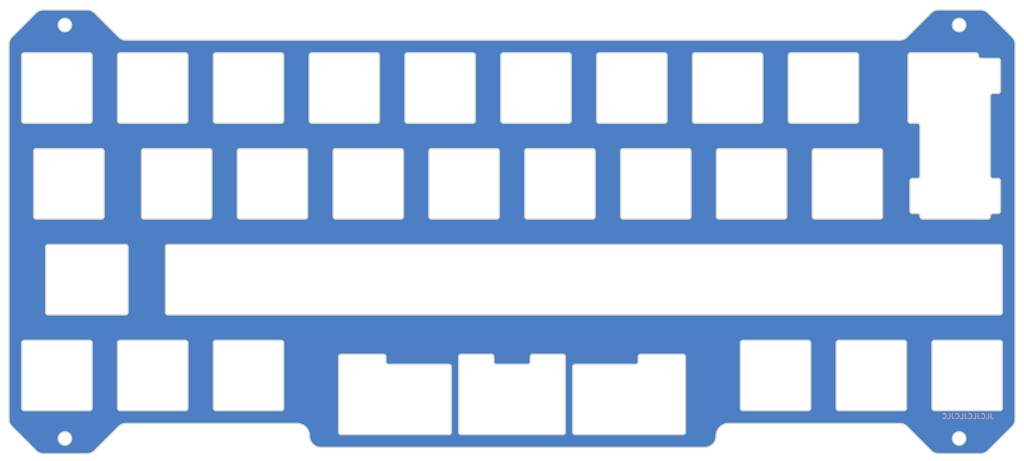
<source format=kicad_pcb>
(kicad_pcb (version 20221018) (generator pcbnew)
  (layers (0 "F.Cu" signal) (31 "B.Cu" signal) (34 "B.Paste" user) (35 "F.Paste" user) (36 "B.SilkS" user "B.Silkscreen") (37 "F.SilkS" user "F.Silkscreen") (38 "B.Mask" user) (39 "F.Mask" user) (44 "Edge.Cuts" user))
  (net 0 "")
  (gr_line (start 195.406767 125.200858) (end 195.406767 112.200858) (stroke (width 0.25)) (layer "Edge.Cuts"))
  (gr_line (start 247.125517 56.143006) (end 247.125517 62.143006) (stroke (width 0.25)) (layer "Edge.Cuts"))
  (gr_line (start 142.231963 68.550858) (end 129.231963 68.550858) (stroke (width 0.25)) (layer "Edge.Cuts"))
  (gr_line (start 204.931571 68.050858) (end 204.931571 55.050858) (stroke (width 0.25)) (layer "Edge.Cuts"))
  (gr_curve (pts (xy 91.131571 125.700858) (xy 90.855428 125.700858) (xy 90.631571 125.477001) (xy 90.631571 125.200858)) (stroke (width 0.25)) (layer "Edge.Cuts"))
  (gr_line (start 228.744267 68.056006) (end 228.744267 55.051006) (stroke (width 0.25)) (layer "Edge.Cuts"))
  (gr_line (start 249.446355 51.440205) (end 244.617896 46.611745) (stroke (width 0.25)) (layer "Edge.Cuts"))
  (gr_curve (pts (xy 245.125517 79.019006) (xy 245.125517 79.295148) (xy 245.349375 79.519006) (xy 245.625517 79.519006)) (stroke (width 0.25)) (layer "Edge.Cuts"))
  (gr_curve (pts (xy 231.625517 87.606006) (xy 231.349375 87.606006) (xy 231.125517 87.382148) (xy 231.125517 87.106006)) (stroke (width 0.25)) (layer "Edge.Cuts"))
  (gr_line (start 133.994463 73.600858) (end 146.994463 73.600858) (stroke (width 0.25)) (layer "Edge.Cuts"))
  (gr_line (start 147.494463 74.100858) (end 147.494463 87.100858) (stroke (width 0.25)) (layer "Edge.Cuts"))
  (gr_curve (pts (xy 108.894071 73.600858) (xy 109.170213 73.600858) (xy 109.394071 73.824716) (xy 109.394071 74.100858)) (stroke (width 0.25)) (layer "Edge.Cuts"))
  (gr_curve (pts (xy 208.906767 111.700858) (xy 209.182909 111.700858) (xy 209.406767 111.924716) (xy 209.406767 112.200858)) (stroke (width 0.25)) (layer "Edge.Cuts"))
  (gr_curve (pts (xy 114.444463 74.100858) (xy 114.444463 73.824716) (xy 114.668321 73.600858) (xy 114.944463 73.600858)) (stroke (width 0.25)) (layer "Edge.Cuts"))
  (gr_curve (pts (xy 71.581963 55.050858) (xy 71.581963 54.774716) (xy 71.805821 54.550858) (xy 72.081963 54.550858)) (stroke (width 0.25)) (layer "Edge.Cuts"))
  (gr_curve (pts (xy 153.131267 116.468506) (xy 153.407409 116.468506) (xy 153.631267 116.244648) (xy 153.631267 115.968506)) (stroke (width 0.25)) (layer "Edge.Cuts"))
  (gr_line (start 115.531374 129.963506) (end 115.531374 114.963506) (stroke (width 0.25)) (layer "Edge.Cuts"))
  (gr_line (start 73.675874 93.150858) (end 73.675874 106.150858) (stroke (width 0.25)) (layer "Edge.Cuts"))
  (gr_line (start 218.931571 55.050858) (end 218.931571 68.050858) (stroke (width 0.25)) (layer "Edge.Cuts"))
  (gr_line (start 243.244267 55.643006) (end 246.625517 55.643006) (stroke (width 0.25)) (layer "Edge.Cuts"))
  (gr_line (start 53.031963 111.700858) (end 66.031963 111.700858) (stroke (width 0.25)) (layer "Edge.Cuts"))
  (gr_curve (pts (xy 123.681963 68.050858) (xy 123.681963 68.327001) (xy 123.458106 68.550858) (xy 123.181963 68.550858)) (stroke (width 0.25)) (layer "Edge.Cuts"))
  (gr_curve (pts (xy 247.125517 62.143006) (xy 247.125517 62.419148) (xy 246.901659 62.643006) (xy 246.625517 62.643006)) (stroke (width 0.25)) (layer "Edge.Cuts"))
  (gr_curve (pts (xy 85.581963 68.050858) (xy 85.581963 68.327001) (xy 85.358106 68.550858) (xy 85.081963 68.550858)) (stroke (width 0.25)) (layer "Edge.Cuts"))
  (gr_line (start 228.456767 112.200858) (end 228.456767 125.200858) (stroke (width 0.25)) (layer "Edge.Cuts"))
  (gr_line (start 146.907267 116.468506) (end 153.131267 116.468506) (stroke (width 0.25)) (layer "Edge.Cuts"))
  (gr_line (start 167.331963 54.550858) (end 180.331963 54.550858) (stroke (width 0.25)) (layer "Edge.Cuts"))
  (gr_curve (pts (xy 245.625517 62.643006) (xy 245.349375 62.643006) (xy 245.125517 62.866863) (xy 245.125517 63.143006)) (stroke (width 0.25)) (layer "Edge.Cuts"))
  (gr_curve (pts (xy 109.681963 55.050858) (xy 109.681963 54.774716) (xy 109.905821 54.550858) (xy 110.181963 54.550858)) (stroke (width 0.25)) (layer "Edge.Cuts"))
  (gr_curve (pts (xy 85.081963 54.550858) (xy 85.358106 54.550858) (xy 85.581963 54.774716) (xy 85.581963 55.050858)) (stroke (width 0.25)) (layer "Edge.Cuts"))
  (gr_curve (pts (xy 104.631571 68.050858) (xy 104.631571 68.327001) (xy 104.407713 68.550858) (xy 104.131571 68.550858)) (stroke (width 0.25)) (layer "Edge.Cuts"))
  (gr_curve (pts (xy 123.181963 54.550858) (xy 123.458106 54.550858) (xy 123.681963 54.774716) (xy 123.681963 55.050858)) (stroke (width 0.25)) (layer "Edge.Cuts"))
  (gr_line (start 244.61744 133.641875) (end 249.44595 128.813466) (stroke (width 0.25)) (layer "Edge.Cuts"))
  (gr_line (start 90.631571 68.050858) (end 90.631571 55.050858) (stroke (width 0.25)) (layer "Edge.Cuts"))
  (gr_curve (pts (xy 52.531963 55.050858) (xy 52.531963 54.774716) (xy 52.755821 54.550858) (xy 53.031963 54.550858)) (stroke (width 0.25)) (layer "Edge.Cuts"))
  (gr_line (start 184.007267 114.468506) (end 184.007267 114.463506) (stroke (width 0.25)) (layer "Edge.Cuts"))
  (gr_curve (pts (xy 137.969374 129.963506) (xy 137.969374 130.239648) (xy 137.745517 130.463506) (xy 137.469374 130.463506)) (stroke (width 0.25)) (layer "Edge.Cuts"))
  (gr_line (start 247.006374 125.700858) (end 234.006374 125.700858) (stroke (width 0.25)) (layer "Edge.Cuts"))
  (gr_line (start 104.131571 125.700858) (end 91.131571 125.700858) (stroke (width 0.25)) (layer "Edge.Cuts"))
  (gr_line (start 223.194071 87.600858) (end 210.194071 87.600858) (stroke (width 0.25)) (layer "Edge.Cuts"))
  (gr_curve (pts (xy 227.126544 128.226057) (xy 227.656984 128.226058) (xy 228.165696 128.436777) (xy 228.54077 128.811858)) (stroke (width 0.25)) (layer "Edge.Cuts"))
  (gr_curve (pts (xy 180.831963 68.050858) (xy 180.831963 68.327001) (xy 180.608106 68.550858) (xy 180.331963 68.550858)) (stroke (width 0.25)) (layer "Edge.Cuts"))
  (gr_curve (pts (xy 190.577487 130.726002) (xy 190.577489 129.34529) (xy 191.696778 128.226004) (xy 193.07749 128.226006)) (stroke (width 0.25)) (layer "Edge.Cuts"))
  (gr_curve (pts (xy 66.031963 54.550858) (xy 66.308106 54.550858) (xy 66.531963 54.774716) (xy 66.531963 55.050858)) (stroke (width 0.25)) (layer "Edge.Cuts"))
  (gr_line (start 91.131571 54.550858) (end 104.131571 54.550858) (stroke (width 0.25)) (layer "Edge.Cuts"))
  (gr_curve (pts (xy 244.617896 46.611745) (xy 244.242823 46.236673) (xy 243.734115 46.025959) (xy 243.203682 46.025959)) (stroke (width 0.25)) (layer "Edge.Cuts"))
  (gr_circle (center 238.912997 131.227584) (end 240.262997 131.227584) (stroke (width 0.25)) (fill none) (layer "Edge.Cuts"))
  (gr_line (start 104.631571 55.050858) (end 104.631571 68.050858) (stroke (width 0.25)) (layer "Edge.Cuts"))
  (gr_line (start 245.125517 87.019006) (end 245.125517 87.106006) (stroke (width 0.25)) (layer "Edge.Cuts"))
  (gr_curve (pts (xy 223.194071 73.600858) (xy 223.470213 73.600858) (xy 223.694071 73.824716) (xy 223.694071 74.100858)) (stroke (width 0.25)) (layer "Edge.Cuts"))
  (gr_line (start 153.631267 115.968506) (end 153.631267 114.963506) (stroke (width 0.25)) (layer "Edge.Cuts"))
  (gr_curve (pts (xy 66.531963 68.050858) (xy 66.531963 68.327001) (xy 66.308106 68.550858) (xy 66.031963 68.550858)) (stroke (width 0.25)) (layer "Edge.Cuts"))
  (gr_curve (pts (xy 229.244267 68.556006) (xy 228.968125 68.556006) (xy 228.744267 68.332148) (xy 228.744267 68.056006)) (stroke (width 0.25)) (layer "Edge.Cuts"))
  (gr_curve (pts (xy 53.031963 125.700858) (xy 52.755821 125.700858) (xy 52.531963 125.477001) (xy 52.531963 125.200858)) (stroke (width 0.25)) (layer "Edge.Cuts"))
  (gr_circle (center 61.125308 49.025959) (end 62.475308 49.025959) (stroke (width 0.25)) (fill none) (layer "Edge.Cuts"))
  (gr_line (start 129.231963 54.550858) (end 142.231963 54.550858) (stroke (width 0.25)) (layer "Edge.Cuts"))
  (gr_line (start 223.694071 74.100858) (end 223.694071 87.100858) (stroke (width 0.25)) (layer "Edge.Cuts"))
  (gr_curve (pts (xy 229.125517 86.016503) (xy 229.125517 86.292646) (xy 229.349375 86.516503) (xy 229.625517 86.516503)) (stroke (width 0.25)) (layer "Edge.Cuts"))
  (gr_line (start 214.456767 125.200858) (end 214.456767 112.200858) (stroke (width 0.25)) (layer "Edge.Cuts"))
  (gr_curve (pts (xy 71.581963 112.200858) (xy 71.581963 111.924716) (xy 71.805821 111.700858) (xy 72.081963 111.700858)) (stroke (width 0.25)) (layer "Edge.Cuts"))
  (gr_line (start 146.407267 114.963506) (end 146.407267 115.968506) (stroke (width 0.25)) (layer "Edge.Cuts"))
  (gr_line (start 234.006374 111.700858) (end 247.006374 111.700858) (stroke (width 0.25)) (layer "Edge.Cuts"))
  (gr_line (start 161.281571 68.550858) (end 148.281571 68.550858) (stroke (width 0.25)) (layer "Edge.Cuts"))
  (gr_curve (pts (xy 90.631571 55.050858) (xy 90.631571 54.774716) (xy 90.855428 54.550858) (xy 91.131571 54.550858)) (stroke (width 0.25)) (layer "Edge.Cuts"))
  (gr_curve (pts (xy 124.444374 114.468506) (xy 124.720517 114.468506) (xy 124.944374 114.692363) (xy 124.944374 114.968506)) (stroke (width 0.25)) (layer "Edge.Cuts"))
  (gr_line (start 245.625517 79.519006) (end 246.625517 79.519006) (stroke (width 0.25)) (layer "Edge.Cuts"))
  (gr_line (start 152.544071 87.100858) (end 152.544071 74.100858) (stroke (width 0.25)) (layer "Edge.Cuts"))
  (gr_line (start 204.644463 74.100858) (end 204.644463 87.100858) (stroke (width 0.25)) (layer "Edge.Cuts"))
  (gr_curve (pts (xy 152.544071 74.100858) (xy 152.544071 73.824716) (xy 152.767928 73.600858) (xy 153.044071 73.600858)) (stroke (width 0.25)) (layer "Edge.Cuts"))
  (gr_line (start 137.969374 116.963506) (end 137.969374 129.963506) (stroke (width 0.25)) (layer "Edge.Cuts"))
  (gr_line (start 95.394071 87.100858) (end 95.394071 74.100858) (stroke (width 0.25)) (layer "Edge.Cuts"))
  (gr_curve (pts (xy 204.144463 73.600858) (xy 204.420606 73.600858) (xy 204.644463 73.824716) (xy 204.644463 74.100858)) (stroke (width 0.25)) (layer "Edge.Cuts"))
  (gr_line (start 246.625517 86.519006) (end 245.625517 86.519006) (stroke (width 0.25)) (layer "Edge.Cuts"))
  (gr_line (start 81.106374 106.150858) (end 81.106374 93.150858) (stroke (width 0.25)) (layer "Edge.Cuts"))
  (gr_line (start 199.881963 55.050858) (end 199.881963 68.050858) (stroke (width 0.25)) (layer "Edge.Cuts"))
  (gr_curve (pts (xy 127.944463 73.600858) (xy 128.220606 73.600858) (xy 128.444463 73.824716) (xy 128.444463 74.100858)) (stroke (width 0.25)) (layer "Edge.Cuts"))
  (gr_line (start 230.625517 68.556006) (end 229.244267 68.556006) (stroke (width 0.25)) (layer "Edge.Cuts"))
  (gr_curve (pts (xy 242.244267 54.551006) (xy 242.520409 54.551006) (xy 242.744267 54.774863) (xy 242.744267 55.051006)) (stroke (width 0.25)) (layer "Edge.Cuts"))
  (gr_line (start 55.412902 73.600858) (end 68.412902 73.600858) (stroke (width 0.25)) (layer "Edge.Cuts"))
  (gr_line (start 199.381963 68.550858) (end 186.381963 68.550858) (stroke (width 0.25)) (layer "Edge.Cuts"))
  (gr_curve (pts (xy 175.094267 114.968506) (xy 175.094267 114.692363) (xy 175.318125 114.468506) (xy 175.594267 114.468506)) (stroke (width 0.25)) (layer "Edge.Cuts"))
  (gr_curve (pts (xy 81.106374 93.150858) (xy 81.106374 92.874716) (xy 81.330232 92.650858) (xy 81.606374 92.650858)) (stroke (width 0.25)) (layer "Edge.Cuts"))
  (gr_line (start 65.578342 46.025959) (end 56.835194 46.025959) (stroke (width 0.25)) (layer "Edge.Cuts"))
  (gr_line (start 68.912902 74.100858) (end 68.912902 87.100858) (stroke (width 0.25)) (layer "Edge.Cuts"))
  (gr_line (start 133.494463 87.100858) (end 133.494463 74.100858) (stroke (width 0.25)) (layer "Edge.Cuts"))
  (gr_line (start 161.781571 55.050858) (end 161.781571 68.050858) (stroke (width 0.25)) (layer "Edge.Cuts"))
  (gr_curve (pts (xy 145.907267 114.463506) (xy 146.183409 114.463506) (xy 146.407267 114.687363) (xy 146.407267 114.963506)) (stroke (width 0.25)) (layer "Edge.Cuts"))
  (gr_curve (pts (xy 55.412902 87.600858) (xy 55.13676 87.600858) (xy 54.912902 87.377001) (xy 54.912902 87.100858)) (stroke (width 0.25)) (layer "Edge.Cuts"))
  (gr_curve (pts (xy 76.844463 87.600858) (xy 76.568321 87.600858) (xy 76.344463 87.377001) (xy 76.344463 87.100858)) (stroke (width 0.25)) (layer "Edge.Cuts"))
  (gr_line (start 127.944463 87.600858) (end 114.944463 87.600858) (stroke (width 0.25)) (layer "Edge.Cuts"))
  (gr_line (start 205.431571 54.550858) (end 218.431571 54.550858) (stroke (width 0.25)) (layer "Edge.Cuts"))
  (gr_curve (pts (xy 73.175874 92.650858) (xy 73.452017 92.650858) (xy 73.675874 92.874716) (xy 73.675874 93.150858)) (stroke (width 0.25)) (layer "Edge.Cuts"))
  (gr_curve (pts (xy 162.569267 130.463506) (xy 162.293125 130.463506) (xy 162.069267 130.239648) (xy 162.069267 129.963506)) (stroke (width 0.25)) (layer "Edge.Cuts"))
  (gr_curve (pts (xy 209.406767 125.200858) (xy 209.406767 125.477001) (xy 209.182909 125.700858) (xy 208.906767 125.700858)) (stroke (width 0.25)) (layer "Edge.Cuts"))
  (gr_curve (pts (xy 166.544071 87.100858) (xy 166.544071 87.377001) (xy 166.320213 87.600858) (xy 166.044071 87.600858)) (stroke (width 0.25)) (layer "Edge.Cuts"))
  (gr_curve (pts (xy 90.631571 112.200858) (xy 90.631571 111.924716) (xy 90.855428 111.700858) (xy 91.131571 111.700858)) (stroke (width 0.25)) (layer "Edge.Cuts"))
  (gr_line (start 85.581963 112.200858) (end 85.581963 125.200858) (stroke (width 0.25)) (layer "Edge.Cuts"))
  (gr_curve (pts (xy 110.181963 68.550858) (xy 109.905821 68.550858) (xy 109.681963 68.327001) (xy 109.681963 68.050858)) (stroke (width 0.25)) (layer "Edge.Cuts"))
  (gr_curve (pts (xy 233.370567 133.641757) (xy 233.745636 134.016834) (xy 234.254342 134.227553) (xy 234.784774 134.227558)) (stroke (width 0.25)) (layer "Edge.Cuts"))
  (gr_curve (pts (xy 190.644463 74.100858) (xy 190.644463 73.824716) (xy 190.868321 73.600858) (xy 191.144463 73.600858)) (stroke (width 0.25)) (layer "Edge.Cuts"))
  (gr_line (start 54.912902 87.100858) (end 54.912902 74.100858) (stroke (width 0.25)) (layer "Edge.Cuts"))
  (gr_line (start 128.444463 74.100858) (end 128.444463 87.100858) (stroke (width 0.25)) (layer "Edge.Cuts"))
  (gr_line (start 66.031963 125.700858) (end 53.031963 125.700858) (stroke (width 0.25)) (layer "Edge.Cuts"))
  (gr_line (start 146.994463 87.600858) (end 133.994463 87.600858) (stroke (width 0.25)) (layer "Edge.Cuts"))
  (gr_curve (pts (xy 95.394071 74.100858) (xy 95.394071 73.824716) (xy 95.617928 73.600858) (xy 95.894071 73.600858)) (stroke (width 0.25)) (layer "Edge.Cuts"))
  (gr_line (start 85.081963 68.550858) (end 72.081963 68.550858) (stroke (width 0.25)) (layer "Edge.Cuts"))
  (gr_curve (pts (xy 231.125517 87.019006) (xy 231.125517 86.742863) (xy 230.901659 86.519006) (xy 230.625517 86.519006)) (stroke (width 0.25)) (layer "Edge.Cuts"))
  (gr_line (start 190.644463 87.100858) (end 190.644463 74.100858) (stroke (width 0.25)) (layer "Edge.Cuts"))
  (gr_line (start 180.331963 68.550858) (end 167.331963 68.550858) (stroke (width 0.25)) (layer "Edge.Cuts"))
  (gr_line (start 139.407267 129.963506) (end 139.407267 114.963506) (stroke (width 0.25)) (layer "Edge.Cuts"))
  (gr_curve (pts (xy 85.581963 125.200858) (xy 85.581963 125.477001) (xy 85.358106 125.700858) (xy 85.081963 125.700858)) (stroke (width 0.25)) (layer "Edge.Cuts"))
  (gr_line (start 66.531963 55.050858) (end 66.531963 68.050858) (stroke (width 0.25)) (layer "Edge.Cuts"))
  (gr_line (start 91.131571 111.700858) (end 104.131571 111.700858) (stroke (width 0.25)) (layer "Edge.Cuts"))
  (gr_curve (pts (xy 90.344463 87.100858) (xy 90.344463 87.377001) (xy 90.120606 87.600858) (xy 89.844463 87.600858)) (stroke (width 0.25)) (layer "Edge.Cuts"))
  (gr_curve (pts (xy 109.394071 87.100858) (xy 109.394071 87.377001) (xy 109.170213 87.600858) (xy 108.894071 87.600858)) (stroke (width 0.25)) (layer "Edge.Cuts"))
  (gr_line (start 160.631267 114.963506) (end 160.631267 129.963506) (stroke (width 0.25)) (layer "Edge.Cuts"))
  (gr_line (start 204.144463 87.600858) (end 191.144463 87.600858) (stroke (width 0.25)) (layer "Edge.Cuts"))
  (gr_curve (pts (xy 66.992556 46.611745) (xy 66.617483 46.236673) (xy 66.108775 46.025959) (xy 65.578342 46.025959)) (stroke (width 0.25)) (layer "Edge.Cuts"))
  (gr_curve (pts (xy 242.744267 55.143006) (xy 242.744267 55.419148) (xy 242.968125 55.643006) (xy 243.244267 55.643006)) (stroke (width 0.25)) (layer "Edge.Cuts"))
  (gr_line (start 191.144463 73.600858) (end 204.144463 73.600858) (stroke (width 0.25)) (layer "Edge.Cuts"))
  (gr_line (start 242.744267 55.051006) (end 242.744267 55.143006) (stroke (width 0.25)) (layer "Edge.Cuts"))
  (gr_curve (pts (xy 56.835194 46.025959) (xy 56.304761 46.025959) (xy 55.796053 46.236673) (xy 55.42098 46.611745)) (stroke (width 0.25)) (layer "Edge.Cuts"))
  (gr_curve (pts (xy 68.912902 87.100858) (xy 68.912902 87.377001) (xy 68.689045 87.600858) (xy 68.412902 87.600858)) (stroke (width 0.25)) (layer "Edge.Cuts"))
  (gr_curve (pts (xy 66.031963 111.700858) (xy 66.308106 111.700858) (xy 66.531963 111.924716) (xy 66.531963 112.200858)) (stroke (width 0.25)) (layer "Edge.Cuts"))
  (gr_curve (pts (xy 227.956767 111.700858) (xy 228.232909 111.700858) (xy 228.456767 111.924716) (xy 228.456767 112.200858)) (stroke (width 0.25)) (layer "Edge.Cuts"))
  (gr_curve (pts (xy 223.694071 87.100858) (xy 223.694071 87.377001) (xy 223.470213 87.600858) (xy 223.194071 87.600858)) (stroke (width 0.25)) (layer "Edge.Cuts"))
  (gr_line (start 247.125517 80.019006) (end 247.125517 86.019006) (stroke (width 0.25)) (layer "Edge.Cuts"))
  (gr_line (start 124.444374 114.463506) (end 124.444374 114.468506) (stroke (width 0.25)) (layer "Edge.Cuts"))
  (gr_curve (pts (xy 166.831963 55.050858) (xy 166.831963 54.774716) (xy 167.055821 54.550858) (xy 167.331963 54.550858)) (stroke (width 0.25)) (layer "Edge.Cuts"))
  (gr_line (start 160.131267 130.463506) (end 139.907267 130.463506) (stroke (width 0.25)) (layer "Edge.Cuts"))
  (gr_curve (pts (xy 139.407267 114.963506) (xy 139.407267 114.687363) (xy 139.631125 114.463506) (xy 139.907267 114.463506)) (stroke (width 0.25)) (layer "Edge.Cuts"))
  (gr_line (start 112.021259 132.987729) (end 188.315764 132.987729) (stroke (width 0.25)) (layer "Edge.Cuts"))
  (gr_curve (pts (xy 104.131571 111.700858) (xy 104.407713 111.700858) (xy 104.631571 111.924716) (xy 104.631571 112.200858)) (stroke (width 0.25)) (layer "Edge.Cuts"))
  (gr_line (start 247.506374 93.150858) (end 247.506374 106.150858) (stroke (width 0.25)) (layer "Edge.Cuts"))
  (gr_curve (pts (xy 55.420525 133.639894) (xy 55.795593 134.01497) (xy 56.304299 134.225689) (xy 56.834732 134.225695)) (stroke (width 0.25)) (layer "Edge.Cuts"))
  (gr_line (start 229.244267 54.551006) (end 242.244267 54.551006) (stroke (width 0.25)) (layer "Edge.Cuts"))
  (gr_line (start 185.594463 74.100858) (end 185.594463 87.100858) (stroke (width 0.25)) (layer "Edge.Cuts"))
  (gr_curve (pts (xy 68.412902 73.600858) (xy 68.689045 73.600858) (xy 68.912902 73.824716) (xy 68.912902 74.100858)) (stroke (width 0.25)) (layer "Edge.Cuts"))
  (gr_line (start 233.371023 46.611745) (end 228.542554 51.440214) (stroke (width 0.25)) (layer "Edge.Cuts"))
  (gr_curve (pts (xy 146.994463 73.600858) (xy 147.270606 73.600858) (xy 147.494463 73.824716) (xy 147.494463 74.100858)) (stroke (width 0.25)) (layer "Edge.Cuts"))
  (gr_line (start 89.844463 87.600858) (end 76.844463 87.600858) (stroke (width 0.25)) (layer "Edge.Cuts"))
  (gr_curve (pts (xy 54.912902 74.100858) (xy 54.912902 73.824716) (xy 55.13676 73.600858) (xy 55.412902 73.600858)) (stroke (width 0.25)) (layer "Edge.Cuts"))
  (gr_line (start 234.784774 134.227558) (end 243.20322 134.227646) (stroke (width 0.25)) (layer "Edge.Cuts"))
  (gr_curve (pts (xy 73.675874 106.150858) (xy 73.675874 106.427001) (xy 73.452017 106.650858) (xy 73.175874 106.650858)) (stroke (width 0.25)) (layer "Edge.Cuts"))
  (gr_curve (pts (xy 133.494463 74.100858) (xy 133.494463 73.824716) (xy 133.718321 73.600858) (xy 133.994463 73.600858)) (stroke (width 0.25)) (layer "Edge.Cuts"))
  (gr_line (start 208.906767 125.700858) (end 195.906767 125.700858) (stroke (width 0.25)) (layer "Edge.Cuts"))
  (gr_line (start 85.081963 125.700858) (end 72.081963 125.700858) (stroke (width 0.25)) (layer "Edge.Cuts"))
  (gr_line (start 247.506374 112.200858) (end 247.506374 125.200858) (stroke (width 0.25)) (layer "Edge.Cuts"))
  (gr_line (start 71.581963 125.200858) (end 71.581963 112.200858) (stroke (width 0.25)) (layer "Edge.Cuts"))
  (gr_curve (pts (xy 104.631571 125.200858) (xy 104.631571 125.477001) (xy 104.407713 125.700858) (xy 104.131571 125.700858)) (stroke (width 0.25)) (layer "Edge.Cuts"))
  (gr_circle (center 238.912997 49.025978) (end 240.262997 49.025978) (stroke (width 0.25)) (fill none) (layer "Edge.Cuts"))
  (gr_line (start 71.820983 51.440172) (end 66.992556 46.611745) (stroke (width 0.25)) (layer "Edge.Cuts"))
  (gr_line (start 57.794874 92.650858) (end 73.175874 92.650858) (stroke (width 0.25)) (layer "Edge.Cuts"))
  (gr_curve (pts (xy 231.125517 69.056006) (xy 231.125517 68.779863) (xy 230.901659 68.556006) (xy 230.625517 68.556006)) (stroke (width 0.25)) (layer "Edge.Cuts"))
  (gr_line (start 81.606374 92.650858) (end 247.006374 92.650858) (stroke (width 0.25)) (layer "Edge.Cuts"))
  (gr_curve (pts (xy 214.456767 112.200858) (xy 214.456767 111.924716) (xy 214.680625 111.700858) (xy 214.956767 111.700858)) (stroke (width 0.25)) (layer "Edge.Cuts"))
  (gr_line (start 172.094463 73.600858) (end 185.094463 73.600858) (stroke (width 0.25)) (layer "Edge.Cuts"))
  (gr_line (start 52.531963 125.200858) (end 52.531963 112.200858) (stroke (width 0.25)) (layer "Edge.Cuts"))
  (gr_line (start 214.956767 111.700858) (end 227.956767 111.700858) (stroke (width 0.25)) (layer "Edge.Cuts"))
  (gr_line (start 209.694071 87.100858) (end 209.694071 74.100858) (stroke (width 0.25)) (layer "Edge.Cuts"))
  (gr_curve (pts (xy 66.531963 125.200858) (xy 66.531963 125.477001) (xy 66.308106 125.700858) (xy 66.031963 125.700858)) (stroke (width 0.25)) (layer "Edge.Cuts"))
  (gr_curve (pts (xy 230.62528 79.516047) (xy 230.901422 79.516047) (xy 231.12528 79.292189) (xy 231.12528 79.016047)) (stroke (width 0.25)) (layer "Edge.Cuts"))
  (gr_curve (pts (xy 50.592553 51.440172) (xy 50.21748 51.815245) (xy 50.006767 52.323953) (xy 50.006767 52.854386)) (stroke (width 0.25)) (layer "Edge.Cuts"))
  (gr_line (start 137.469374 130.463506) (end 116.031374 130.463506) (stroke (width 0.25)) (layer "Edge.Cuts"))
  (gr_curve (pts (xy 184.007267 114.463506) (xy 184.283409 114.463506) (xy 184.507267 114.687363) (xy 184.507267 114.963506)) (stroke (width 0.25)) (layer "Edge.Cuts"))
  (gr_line (start 71.581963 68.050858) (end 71.581963 55.050858) (stroke (width 0.25)) (layer "Edge.Cuts"))
  (gr_curve (pts (xy 104.131571 54.550858) (xy 104.407713 54.550858) (xy 104.631571 54.774716) (xy 104.631571 55.050858)) (stroke (width 0.25)) (layer "Edge.Cuts"))
  (gr_curve (pts (xy 172.094463 87.600858) (xy 171.818321 87.600858) (xy 171.594463 87.377001) (xy 171.594463 87.100858)) (stroke (width 0.25)) (layer "Edge.Cuts"))
  (gr_line (start 50.592148 128.811416) (end 55.420525 133.639894) (stroke (width 0.25)) (layer "Edge.Cuts"))
  (gr_curve (pts (xy 153.631267 114.963506) (xy 153.631267 114.687363) (xy 153.855125 114.463506) (xy 154.131267 114.463506)) (stroke (width 0.25)) (layer "Edge.Cuts"))
  (gr_line (start 66.531963 112.200858) (end 66.531963 125.200858) (stroke (width 0.25)) (layer "Edge.Cuts"))
  (gr_curve (pts (xy 233.506374 112.200858) (xy 233.506374 111.924716) (xy 233.730232 111.700858) (xy 234.006374 111.700858)) (stroke (width 0.25)) (layer "Edge.Cuts"))
  (gr_line (start 229.125517 80.016503) (end 229.125517 86.016503) (stroke (width 0.25)) (layer "Edge.Cuts"))
  (gr_curve (pts (xy 114.944463 87.600858) (xy 114.668321 87.600858) (xy 114.444463 87.377001) (xy 114.444463 87.100858)) (stroke (width 0.25)) (layer "Edge.Cuts"))
  (gr_line (start 231.125517 87.106006) (end 231.125517 87.019006) (stroke (width 0.25)) (layer "Edge.Cuts"))
  (gr_line (start 73.210482 128.226006) (end 107.259536 128.226006) (stroke (width 0.25)) (layer "Edge.Cuts"))
  (gr_curve (pts (xy 185.094463 73.600858) (xy 185.370606 73.600858) (xy 185.594463 73.824716) (xy 185.594463 74.100858)) (stroke (width 0.25)) (layer "Edge.Cuts"))
  (gr_line (start 193.07749 128.226006) (end 227.126544 128.226057) (stroke (width 0.25)) (layer "Edge.Cuts"))
  (gr_curve (pts (xy 72.081963 125.700858) (xy 71.805821 125.700858) (xy 71.581963 125.477001) (xy 71.581963 125.200858)) (stroke (width 0.25)) (layer "Edge.Cuts"))
  (gr_line (start 66.9921 133.640015) (end 71.820586 128.81163) (stroke (width 0.25)) (layer "Edge.Cuts"))
  (gr_line (start 109.681963 68.050858) (end 109.681963 55.050858) (stroke (width 0.25)) (layer "Edge.Cuts"))
  (gr_curve (pts (xy 210.194071 87.600858) (xy 209.917928 87.600858) (xy 209.694071 87.377001) (xy 209.694071 87.100858)) (stroke (width 0.25)) (layer "Edge.Cuts"))
  (gr_line (start 227.956767 125.700858) (end 214.956767 125.700858) (stroke (width 0.25)) (layer "Edge.Cuts"))
  (gr_curve (pts (xy 218.431571 54.550858) (xy 218.707713 54.550858) (xy 218.931571 54.774716) (xy 218.931571 55.050858)) (stroke (width 0.25)) (layer "Edge.Cuts"))
  (gr_line (start 184.007267 130.463506) (end 162.569267 130.463506) (stroke (width 0.25)) (layer "Edge.Cuts"))
  (gr_line (start 73.175874 106.650858) (end 57.794874 106.650858) (stroke (width 0.25)) (layer "Edge.Cuts"))
  (gr_curve (pts (xy 71.820586 128.81163) (xy 72.189706 128.442517) (xy 72.688512 128.232349) (xy 73.210482 128.226006)) (stroke (width 0.25)) (layer "Edge.Cuts"))
  (gr_line (start 154.131267 114.463506) (end 160.131267 114.463506) (stroke (width 0.25)) (layer "Edge.Cuts"))
  (gr_line (start 175.094267 115.963506) (end 175.094267 114.968506) (stroke (width 0.25)) (layer "Edge.Cuts"))
  (gr_curve (pts (xy 72.081963 68.550858) (xy 71.805821 68.550858) (xy 71.581963 68.327001) (xy 71.581963 68.050858)) (stroke (width 0.25)) (layer "Edge.Cuts"))
  (gr_line (start 123.681963 55.050858) (end 123.681963 68.050858) (stroke (width 0.25)) (layer "Edge.Cuts"))
  (gr_line (start 57.294874 106.150858) (end 57.294874 93.150858) (stroke (width 0.25)) (layer "Edge.Cuts"))
  (gr_line (start 147.781571 68.050858) (end 147.781571 55.050858) (stroke (width 0.25)) (layer "Edge.Cuts"))
  (gr_line (start 66.031963 68.550858) (end 53.031963 68.550858) (stroke (width 0.25)) (layer "Edge.Cuts"))
  (gr_curve (pts (xy 53.031963 68.550858) (xy 52.755821 68.550858) (xy 52.531963 68.327001) (xy 52.531963 68.050858)) (stroke (width 0.25)) (layer "Edge.Cuts"))
  (gr_curve (pts (xy 247.006374 111.700858) (xy 247.282517 111.700858) (xy 247.506374 111.924716) (xy 247.506374 112.200858)) (stroke (width 0.25)) (layer "Edge.Cuts"))
  (gr_curve (pts (xy 171.594463 74.100858) (xy 171.594463 73.824716) (xy 171.818321 73.600858) (xy 172.094463 73.600858)) (stroke (width 0.25)) (layer "Edge.Cuts"))
  (gr_curve (pts (xy 229.125517 80.016503) (xy 229.125517 79.740361) (xy 229.349375 79.516503) (xy 229.625517 79.516503)) (stroke (width 0.25)) (layer "Edge.Cuts"))
  (gr_line (start 139.907267 114.463506) (end 145.907267 114.463506) (stroke (width 0.25)) (layer "Edge.Cuts"))
  (gr_curve (pts (xy 161.781571 68.050858) (xy 161.781571 68.327001) (xy 161.557713 68.550858) (xy 161.281571 68.550858)) (stroke (width 0.25)) (layer "Edge.Cuts"))
  (gr_line (start 85.581963 55.050858) (end 85.581963 68.050858) (stroke (width 0.25)) (layer "Edge.Cuts"))
  (gr_line (start 68.412902 87.600858) (end 55.412902 87.600858) (stroke (width 0.25)) (layer "Edge.Cuts"))
  (gr_curve (pts (xy 245.125517 87.106006) (xy 245.125517 87.382148) (xy 244.901659 87.606006) (xy 244.625517 87.606006)) (stroke (width 0.25)) (layer "Edge.Cuts"))
  (gr_line (start 250.031752 127.399258) (end 250.03215 52.854419) (stroke (width 0.25)) (layer "Edge.Cuts"))
  (gr_line (start 209.406767 112.200858) (end 209.406767 125.200858) (stroke (width 0.25)) (layer "Edge.Cuts"))
  (gr_line (start 53.031963 54.550858) (end 66.031963 54.550858) (stroke (width 0.25)) (layer "Edge.Cuts"))
  (gr_curve (pts (xy 247.125517 86.019006) (xy 247.125517 86.295148) (xy 246.901659 86.519006) (xy 246.625517 86.519006)) (stroke (width 0.25)) (layer "Edge.Cuts"))
  (gr_curve (pts (xy 246.625517 79.519006) (xy 246.901659 79.519006) (xy 247.125517 79.742863) (xy 247.125517 80.019006)) (stroke (width 0.25)) (layer "Edge.Cuts"))
  (gr_curve (pts (xy 204.644463 87.100858) (xy 204.644463 87.377001) (xy 204.420606 87.600858) (xy 204.144463 87.600858)) (stroke (width 0.25)) (layer "Edge.Cuts"))
  (gr_curve (pts (xy 243.20322 134.227646) (xy 243.733653 134.227652) (xy 244.242363 134.016944) (xy 244.61744 133.641875)) (stroke (width 0.25)) (layer "Edge.Cuts"))
  (gr_line (start 50.006767 90.004733) (end 50.006376 127.397196) (stroke (width 0.25)) (layer "Edge.Cuts"))
  (gr_curve (pts (xy 228.456767 125.200858) (xy 228.456767 125.477001) (xy 228.232909 125.700858) (xy 227.956767 125.700858)) (stroke (width 0.25)) (layer "Edge.Cuts"))
  (gr_line (start 90.631571 125.200858) (end 90.631571 112.200858) (stroke (width 0.25)) (layer "Edge.Cuts"))
  (gr_line (start 72.081963 54.550858) (end 85.081963 54.550858) (stroke (width 0.25)) (layer "Edge.Cuts"))
  (gr_curve (pts (xy 129.231963 68.550858) (xy 128.955821 68.550858) (xy 128.731963 68.327001) (xy 128.731963 68.050858)) (stroke (width 0.25)) (layer "Edge.Cuts"))
  (gr_line (start 125.444374 116.463506) (end 137.469374 116.463506) (stroke (width 0.25)) (layer "Edge.Cuts"))
  (gr_curve (pts (xy 234.006374 125.700858) (xy 233.730232 125.700858) (xy 233.506374 125.477001) (xy 233.506374 125.200858)) (stroke (width 0.25)) (layer "Edge.Cuts"))
  (gr_curve (pts (xy 180.331963 54.550858) (xy 180.608106 54.550858) (xy 180.831963 54.774716) (xy 180.831963 55.050858)) (stroke (width 0.25)) (layer "Edge.Cuts"))
  (gr_curve (pts (xy 139.907267 130.463506) (xy 139.631125 130.463506) (xy 139.407267 130.239648) (xy 139.407267 129.963506)) (stroke (width 0.25)) (layer "Edge.Cuts"))
  (gr_curve (pts (xy 218.931571 68.050858) (xy 218.931571 68.327001) (xy 218.707713 68.550858) (xy 218.431571 68.550858)) (stroke (width 0.25)) (layer "Edge.Cuts"))
  (gr_curve (pts (xy 247.506374 106.150858) (xy 247.506374 106.427001) (xy 247.282517 106.650858) (xy 247.006374 106.650858)) (stroke (width 0.25)) (layer "Edge.Cuts"))
  (gr_curve (pts (xy 91.131571 68.550858) (xy 90.855428 68.550858) (xy 90.631571 68.327001) (xy 90.631571 68.050858)) (stroke (width 0.25)) (layer "Edge.Cuts"))
  (gr_curve (pts (xy 109.759536 130.726006) (xy 109.759536 131.975121) (xy 110.772144 132.987729) (xy 112.021259 132.987729)) (stroke (width 0.25)) (layer "Edge.Cuts"))
  (gr_curve (pts (xy 133.994463 87.600858) (xy 133.718321 87.600858) (xy 133.494463 87.377001) (xy 133.494463 87.100858)) (stroke (width 0.25)) (layer "Edge.Cuts"))
  (gr_line (start 90.344463 74.100858) (end 90.344463 87.100858) (stroke (width 0.25)) (layer "Edge.Cuts"))
  (gr_curve (pts (xy 204.931571 55.050858) (xy 204.931571 54.774716) (xy 205.155428 54.550858) (xy 205.431571 54.550858)) (stroke (width 0.25)) (layer "Edge.Cuts"))
  (gr_line (start 184.507267 114.963506) (end 184.507267 129.963506) (stroke (width 0.25)) (layer "Edge.Cuts"))
  (gr_curve (pts (xy 247.506374 125.200858) (xy 247.506374 125.477001) (xy 247.282517 125.700858) (xy 247.006374 125.700858)) (stroke (width 0.25)) (layer "Edge.Cuts"))
  (gr_curve (pts (xy 128.444463 87.100858) (xy 128.444463 87.377001) (xy 128.220606 87.600858) (xy 127.944463 87.600858)) (stroke (width 0.25)) (layer "Edge.Cuts"))
  (gr_line (start 162.569267 116.463506) (end 174.594267 116.463506) (stroke (width 0.25)) (layer "Edge.Cuts"))
  (gr_curve (pts (xy 234.785236 46.025959) (xy 234.254803 46.025959) (xy 233.746095 46.236673) (xy 233.371023 46.611745)) (stroke (width 0.25)) (layer "Edge.Cuts"))
  (gr_curve (pts (xy 107.259536 128.226006) (xy 108.640248 128.226006) (xy 109.759536 129.345294) (xy 109.759536 130.726006)) (stroke (width 0.25)) (layer "Edge.Cuts"))
  (gr_curve (pts (xy 185.594463 87.100858) (xy 185.594463 87.377001) (xy 185.370606 87.600858) (xy 185.094463 87.600858)) (stroke (width 0.25)) (layer "Edge.Cuts"))
  (gr_circle (center 61.125308 131.227858) (end 62.475308 131.227858) (stroke (width 0.25)) (fill none) (layer "Edge.Cuts"))
  (gr_curve (pts (xy 190.577487 130.726035) (xy 190.577487 130.726024) (xy 190.577487 130.726013) (xy 190.577487 130.726002)) (stroke (width 0.25)) (layer "Edge.Cuts"))
  (gr_curve (pts (xy 245.625517 86.519006) (xy 245.349375 86.519006) (xy 245.125517 86.742863) (xy 245.125517 87.019006)) (stroke (width 0.25)) (layer "Edge.Cuts"))
  (gr_line (start 166.831963 68.050858) (end 166.831963 55.050858) (stroke (width 0.25)) (layer "Edge.Cuts"))
  (gr_line (start 114.444463 87.100858) (end 114.444463 74.100858) (stroke (width 0.25)) (layer "Edge.Cuts"))
  (gr_line (start 114.944463 73.600858) (end 127.944463 73.600858) (stroke (width 0.25)) (layer "Edge.Cuts"))
  (gr_line (start 52.531963 68.050858) (end 52.531963 55.050858) (stroke (width 0.25)) (layer "Edge.Cuts"))
  (gr_curve (pts (xy 246.625517 55.643006) (xy 246.901659 55.643006) (xy 247.125517 55.866863) (xy 247.125517 56.143006)) (stroke (width 0.25)) (layer "Edge.Cuts"))
  (gr_curve (pts (xy 147.494463 87.100858) (xy 147.494463 87.377001) (xy 147.270606 87.600858) (xy 146.994463 87.600858)) (stroke (width 0.25)) (layer "Edge.Cuts"))
  (gr_curve (pts (xy 146.407267 115.968506) (xy 146.407267 116.244648) (xy 146.631125 116.468506) (xy 146.907267 116.468506)) (stroke (width 0.25)) (layer "Edge.Cuts"))
  (gr_curve (pts (xy 116.031374 130.463506) (xy 115.755232 130.463506) (xy 115.531374 130.239648) (xy 115.531374 129.963506)) (stroke (width 0.25)) (layer "Edge.Cuts"))
  (gr_line (start 153.044071 73.600858) (end 166.044071 73.600858) (stroke (width 0.25)) (layer "Edge.Cuts"))
  (gr_line (start 175.594267 114.468506) (end 184.007267 114.468506) (stroke (width 0.25)) (layer "Edge.Cuts"))
  (gr_curve (pts (xy 191.144463 87.600858) (xy 190.868321 87.600858) (xy 190.644463 87.377001) (xy 190.644463 87.100858)) (stroke (width 0.25)) (layer "Edge.Cuts"))
  (gr_line (start 186.381963 54.550858) (end 199.381963 54.550858) (stroke (width 0.25)) (layer "Edge.Cuts"))
  (gr_curve (pts (xy 228.744267 55.051006) (xy 228.744267 54.774863) (xy 228.968125 54.551006) (xy 229.244267 54.551006)) (stroke (width 0.25)) (layer "Edge.Cuts"))
  (gr_line (start 228.54077 128.811858) (end 233.370567 133.641757) (stroke (width 0.25)) (layer "Edge.Cuts"))
  (gr_curve (pts (xy 148.281571 68.550858) (xy 148.005428 68.550858) (xy 147.781571 68.327001) (xy 147.781571 68.050858)) (stroke (width 0.25)) (layer "Edge.Cuts"))
  (gr_line (start 227.12834 52.026001) (end 73.235196 52.025959) (stroke (width 0.25)) (layer "Edge.Cuts"))
  (gr_curve (pts (xy 162.069267 116.963506) (xy 162.069267 116.687363) (xy 162.293125 116.463506) (xy 162.569267 116.463506)) (stroke (width 0.25)) (layer "Edge.Cuts"))
  (gr_line (start 245.125517 63.143006) (end 245.125517 79.019006) (stroke (width 0.25)) (layer "Edge.Cuts"))
  (gr_line (start 50.006767 52.854386) (end 50.006767 90.004733) (stroke (width 0.25)) (layer "Edge.Cuts"))
  (gr_line (start 233.506374 125.200858) (end 233.506374 112.200858) (stroke (width 0.25)) (layer "Edge.Cuts"))
  (gr_line (start 229.625517 86.516503) (end 230.62552 86.516503) (stroke (width 0.25)) (layer "Edge.Cuts"))
  (gr_curve (pts (xy 81.606374 106.650858) (xy 81.330232 106.650858) (xy 81.106374 106.427001) (xy 81.106374 106.150858)) (stroke (width 0.25)) (layer "Edge.Cuts"))
  (gr_line (start 185.094463 87.600858) (end 172.094463 87.600858) (stroke (width 0.25)) (layer "Edge.Cuts"))
  (gr_line (start 244.625517 87.606006) (end 231.625517 87.606006) (stroke (width 0.25)) (layer "Edge.Cuts"))
  (gr_curve (pts (xy 128.731963 55.050858) (xy 128.731963 54.774716) (xy 128.955821 54.550858) (xy 129.231963 54.550858)) (stroke (width 0.25)) (layer "Edge.Cuts"))
  (gr_curve (pts (xy 249.44595 128.813466) (xy 249.821027 128.438397) (xy 250.031746 127.929691) (xy 250.031752 127.399258)) (stroke (width 0.25)) (layer "Edge.Cuts"))
  (gr_curve (pts (xy 85.081963 111.700858) (xy 85.358106 111.700858) (xy 85.581963 111.924716) (xy 85.581963 112.200858)) (stroke (width 0.25)) (layer "Edge.Cuts"))
  (gr_line (start 76.344463 87.100858) (end 76.344463 74.100858) (stroke (width 0.25)) (layer "Edge.Cuts"))
  (gr_curve (pts (xy 73.235196 52.025959) (xy 72.704763 52.025959) (xy 72.196056 51.815245) (xy 71.820983 51.440172)) (stroke (width 0.25)) (layer "Edge.Cuts"))
  (gr_line (start 95.894071 73.600858) (end 108.894071 73.600858) (stroke (width 0.25)) (layer "Edge.Cuts"))
  (gr_line (start 231.12528 79.016047) (end 231.125517 69.056006) (stroke (width 0.25)) (layer "Edge.Cuts"))
  (gr_line (start 166.544071 74.100858) (end 166.544071 87.100858) (stroke (width 0.25)) (layer "Edge.Cuts"))
  (gr_curve (pts (xy 184.507267 129.963506) (xy 184.507267 130.239648) (xy 184.283409 130.463506) (xy 184.007267 130.463506)) (stroke (width 0.25)) (layer "Edge.Cuts"))
  (gr_curve (pts (xy 57.294874 93.150858) (xy 57.294874 92.874716) (xy 57.518732 92.650858) (xy 57.794874 92.650858)) (stroke (width 0.25)) (layer "Edge.Cuts"))
  (gr_line (start 142.731963 55.050858) (end 142.731963 68.050858) (stroke (width 0.25)) (layer "Edge.Cuts"))
  (gr_curve (pts (xy 199.881963 68.050858) (xy 199.881963 68.327001) (xy 199.658106 68.550858) (xy 199.381963 68.550858)) (stroke (width 0.25)) (layer "Edge.Cuts"))
  (gr_curve (pts (xy 89.844463 73.600858) (xy 90.120606 73.600858) (xy 90.344463 73.824716) (xy 90.344463 74.100858)) (stroke (width 0.25)) (layer "Edge.Cuts"))
  (gr_line (start 104.131571 68.550858) (end 91.131571 68.550858) (stroke (width 0.25)) (layer "Edge.Cuts"))
  (gr_curve (pts (xy 228.542554 51.440214) (xy 228.167481 51.815287) (xy 227.658773 52.026001) (xy 227.12834 52.026001)) (stroke (width 0.25)) (layer "Edge.Cuts"))
  (gr_line (start 124.944374 114.968506) (end 124.944374 115.963506) (stroke (width 0.25)) (layer "Edge.Cuts"))
  (gr_line (start 123.181963 68.550858) (end 110.181963 68.550858) (stroke (width 0.25)) (layer "Edge.Cuts"))
  (gr_curve (pts (xy 167.331963 68.550858) (xy 167.055821 68.550858) (xy 166.831963 68.327001) (xy 166.831963 68.050858)) (stroke (width 0.25)) (layer "Edge.Cuts"))
  (gr_line (start 128.731963 68.050858) (end 128.731963 55.050858) (stroke (width 0.25)) (layer "Edge.Cuts"))
  (gr_curve (pts (xy 174.594267 116.463506) (xy 174.870409 116.463506) (xy 175.094267 116.239648) (xy 175.094267 115.963506)) (stroke (width 0.25)) (layer "Edge.Cuts"))
  (gr_curve (pts (xy 57.794874 106.650858) (xy 57.518732 106.650858) (xy 57.294874 106.427001) (xy 57.294874 106.150858)) (stroke (width 0.25)) (layer "Edge.Cuts"))
  (gr_curve (pts (xy 142.231963 54.550858) (xy 142.508106 54.550858) (xy 142.731963 54.774716) (xy 142.731963 55.050858)) (stroke (width 0.25)) (layer "Edge.Cuts"))
  (gr_curve (pts (xy 161.281571 54.550858) (xy 161.557713 54.550858) (xy 161.781571 54.774716) (xy 161.781571 55.050858)) (stroke (width 0.25)) (layer "Edge.Cuts"))
  (gr_curve (pts (xy 209.694071 74.100858) (xy 209.694071 73.824716) (xy 209.917928 73.600858) (xy 210.194071 73.600858)) (stroke (width 0.25)) (layer "Edge.Cuts"))
  (gr_curve (pts (xy 153.044071 87.600858) (xy 152.767928 87.600858) (xy 152.544071 87.377001) (xy 152.544071 87.100858)) (stroke (width 0.25)) (layer "Edge.Cuts"))
  (gr_line (start 72.081963 111.700858) (end 85.081963 111.700858) (stroke (width 0.25)) (layer "Edge.Cuts"))
  (gr_line (start 195.906767 111.700858) (end 208.906767 111.700858) (stroke (width 0.25)) (layer "Edge.Cuts"))
  (gr_line (start 76.844463 73.600858) (end 89.844463 73.600858) (stroke (width 0.25)) (layer "Edge.Cuts"))
  (gr_line (start 229.625517 79.516503) (end 230.62528 79.516047) (stroke (width 0.25)) (layer "Edge.Cuts"))
  (gr_curve (pts (xy 95.894071 87.600858) (xy 95.617928 87.600858) (xy 95.394071 87.377001) (xy 95.394071 87.100858)) (stroke (width 0.25)) (layer "Edge.Cuts"))
  (gr_curve (pts (xy 142.731963 68.050858) (xy 142.731963 68.327001) (xy 142.508106 68.550858) (xy 142.231963 68.550858)) (stroke (width 0.25)) (layer "Edge.Cuts"))
  (gr_curve (pts (xy 195.406767 112.200858) (xy 195.406767 111.924716) (xy 195.630625 111.700858) (xy 195.906767 111.700858)) (stroke (width 0.25)) (layer "Edge.Cuts"))
  (gr_line (start 243.203682 46.025959) (end 234.785236 46.025959) (stroke (width 0.25)) (layer "Edge.Cuts"))
  (gr_line (start 210.194071 73.600858) (end 223.194071 73.600858) (stroke (width 0.25)) (layer "Edge.Cuts"))
  (gr_curve (pts (xy 65.57788 134.225787) (xy 66.108313 134.225792) (xy 66.617023 134.015084) (xy 66.9921 133.640015)) (stroke (width 0.25)) (layer "Edge.Cuts"))
  (gr_line (start 116.031374 114.463506) (end 124.444374 114.463506) (stroke (width 0.25)) (layer "Edge.Cuts"))
  (gr_line (start 218.431571 68.550858) (end 205.431571 68.550858) (stroke (width 0.25)) (layer "Edge.Cuts"))
  (gr_curve (pts (xy 160.631267 129.963506) (xy 160.631267 130.239648) (xy 160.407409 130.463506) (xy 160.131267 130.463506)) (stroke (width 0.25)) (layer "Edge.Cuts"))
  (gr_curve (pts (xy 214.956767 125.700858) (xy 214.680625 125.700858) (xy 214.456767 125.477001) (xy 214.456767 125.200858)) (stroke (width 0.25)) (layer "Edge.Cuts"))
  (gr_line (start 246.625517 62.643006) (end 245.625517 62.643006) (stroke (width 0.25)) (layer "Edge.Cuts"))
  (gr_line (start 166.044071 87.600858) (end 153.044071 87.600858) (stroke (width 0.25)) (layer "Edge.Cuts"))
  (gr_curve (pts (xy 205.431571 68.550858) (xy 205.155428 68.550858) (xy 204.931571 68.327001) (xy 204.931571 68.050858)) (stroke (width 0.25)) (layer "Edge.Cuts"))
  (gr_curve (pts (xy 247.006374 92.650858) (xy 247.282517 92.650858) (xy 247.506374 92.874716) (xy 247.506374 93.150858)) (stroke (width 0.25)) (layer "Edge.Cuts"))
  (gr_curve (pts (xy 186.381963 68.550858) (xy 186.105821 68.550858) (xy 185.881963 68.327001) (xy 185.881963 68.050858)) (stroke (width 0.25)) (layer "Edge.Cuts"))
  (gr_curve (pts (xy 166.044071 73.600858) (xy 166.320213 73.600858) (xy 166.544071 73.824716) (xy 166.544071 74.100858)) (stroke (width 0.25)) (layer "Edge.Cuts"))
  (gr_line (start 56.834732 134.225695) (end 65.57788 134.225787) (stroke (width 0.25)) (layer "Edge.Cuts"))
  (gr_curve (pts (xy 188.315764 132.987729) (xy 189.564867 132.987729) (xy 190.57747 131.975139) (xy 190.577487 130.726035)) (stroke (width 0.25)) (layer "Edge.Cuts"))
  (gr_line (start 247.006374 106.650858) (end 81.606374 106.650858) (stroke (width 0.25)) (layer "Edge.Cuts"))
  (gr_curve (pts (xy 124.944374 115.963506) (xy 124.944374 116.239648) (xy 125.168232 116.463506) (xy 125.444374 116.463506)) (stroke (width 0.25)) (layer "Edge.Cuts"))
  (gr_line (start 185.881963 68.050858) (end 185.881963 55.050858) (stroke (width 0.25)) (layer "Edge.Cuts"))
  (gr_line (start 148.281571 54.550858) (end 161.281571 54.550858) (stroke (width 0.25)) (layer "Edge.Cuts"))
  (gr_curve (pts (xy 160.131267 114.463506) (xy 160.407409 114.463506) (xy 160.631267 114.687363) (xy 160.631267 114.963506)) (stroke (width 0.25)) (layer "Edge.Cuts"))
  (gr_curve (pts (xy 115.531374 114.963506) (xy 115.531374 114.687363) (xy 115.755232 114.463506) (xy 116.031374 114.463506)) (stroke (width 0.25)) (layer "Edge.Cuts"))
  (gr_curve (pts (xy 250.03215 52.854419) (xy 250.032147 52.323984) (xy 249.821431 51.815277) (xy 249.446355 51.440205)) (stroke (width 0.25)) (layer "Edge.Cuts"))
  (gr_curve (pts (xy 147.781571 55.050858) (xy 147.781571 54.774716) (xy 148.005428 54.550858) (xy 148.281571 54.550858)) (stroke (width 0.25)) (layer "Edge.Cuts"))
  (gr_line (start 108.894071 87.600858) (end 95.894071 87.600858) (stroke (width 0.25)) (layer "Edge.Cuts"))
  (gr_curve (pts (xy 199.381963 54.550858) (xy 199.658106 54.550858) (xy 199.881963 54.774716) (xy 199.881963 55.050858)) (stroke (width 0.25)) (layer "Edge.Cuts"))
  (gr_line (start 171.594463 87.100858) (end 171.594463 74.100858) (stroke (width 0.25)) (layer "Edge.Cuts"))
  (gr_curve (pts (xy 185.881963 55.050858) (xy 185.881963 54.774716) (xy 186.105821 54.550858) (xy 186.381963 54.550858)) (stroke (width 0.25)) (layer "Edge.Cuts"))
  (gr_line (start 180.831963 55.050858) (end 180.831963 68.050858) (stroke (width 0.25)) (layer "Edge.Cuts"))
  (gr_line (start 109.394071 74.100858) (end 109.394071 87.100858) (stroke (width 0.25)) (layer "Edge.Cuts"))
  (gr_line (start 110.181963 54.550858) (end 123.181963 54.550858) (stroke (width 0.25)) (layer "Edge.Cuts"))
  (gr_curve (pts (xy 50.006376 127.397196) (xy 50.006371 127.927629) (xy 50.217079 128.436339) (xy 50.592148 128.811416)) (stroke (width 0.25)) (layer "Edge.Cuts"))
  (gr_curve (pts (xy 52.531963 112.200858) (xy 52.531963 111.924716) (xy 52.755821 111.700858) (xy 53.031963 111.700858)) (stroke (width 0.25)) (layer "Edge.Cuts"))
  (gr_curve (pts (xy 76.344463 74.100858) (xy 76.344463 73.824716) (xy 76.568321 73.600858) (xy 76.844463 73.600858)) (stroke (width 0.25)) (layer "Edge.Cuts"))
  (gr_line (start 162.069267 129.963506) (end 162.069267 116.963506) (stroke (width 0.25)) (layer "Edge.Cuts"))
  (gr_line (start 55.42098 46.611745) (end 50.592553 51.440172) (stroke (width 0.25)) (layer "Edge.Cuts"))
  (gr_line (start 104.631571 112.200858) (end 104.631571 125.200858) (stroke (width 0.25)) (layer "Edge.Cuts"))
  (gr_curve (pts (xy 195.906767 125.700858) (xy 195.630625 125.700858) (xy 195.406767 125.477001) (xy 195.406767 125.200858)) (stroke (width 0.25)) (layer "Edge.Cuts"))
  (gr_curve (pts (xy 137.469374 116.463506) (xy 137.745517 116.463506) (xy 137.969374 116.687363) (xy 137.969374 116.963506)) (stroke (width 0.25)) (layer "Edge.Cuts"))
  (gr_text "JLCJLCJLCJLC" (at 245.864682 127.397196) (layer "B.SilkS") (effects (font (size 1 1)) (justify left bottom mirror)))
  (zone (net 0) (net_name "") (layers "F&B.Cu") (connect_pads (clearance 0.5)) (min_thickness 0.25) (fill yes (thermal_gap 0.5) (thermal_bridge_width 0.5) (island_removal_mode 1) (island_area_min 10))
    (polygon (pts (xy 48.220353 44.053162) (xy 251.817399 44.053162) (xy 251.817399 135.731364) (xy 48.815666 135.731364)))
  )
)
</source>
